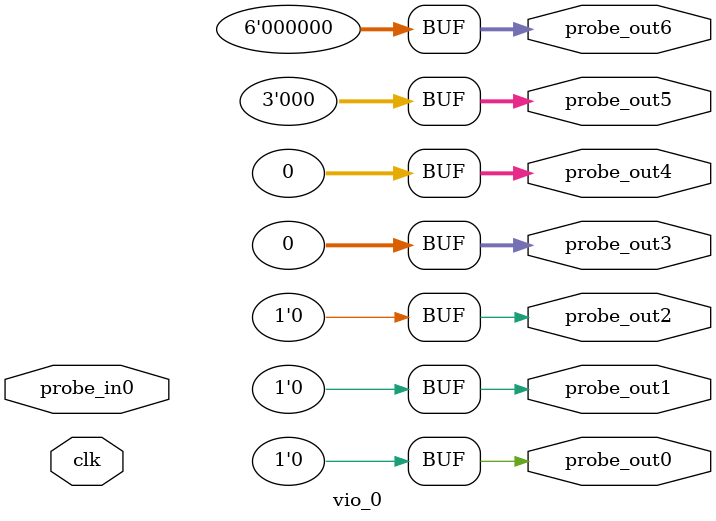
<source format=v>
`timescale 1ns / 1ps
module vio_0 (
clk,
probe_in0,
probe_out0,
probe_out1,
probe_out2,
probe_out3,
probe_out4,
probe_out5,
probe_out6
);

input clk;
input [31 : 0] probe_in0;

output reg [0 : 0] probe_out0 = 'h0 ;
output reg [0 : 0] probe_out1 = 'h0 ;
output reg [0 : 0] probe_out2 = 'h0 ;
output reg [31 : 0] probe_out3 = 'h00000000 ;
output reg [31 : 0] probe_out4 = 'h00000000 ;
output reg [2 : 0] probe_out5 = 'h0 ;
output reg [5 : 0] probe_out6 = 'h00 ;


endmodule

</source>
